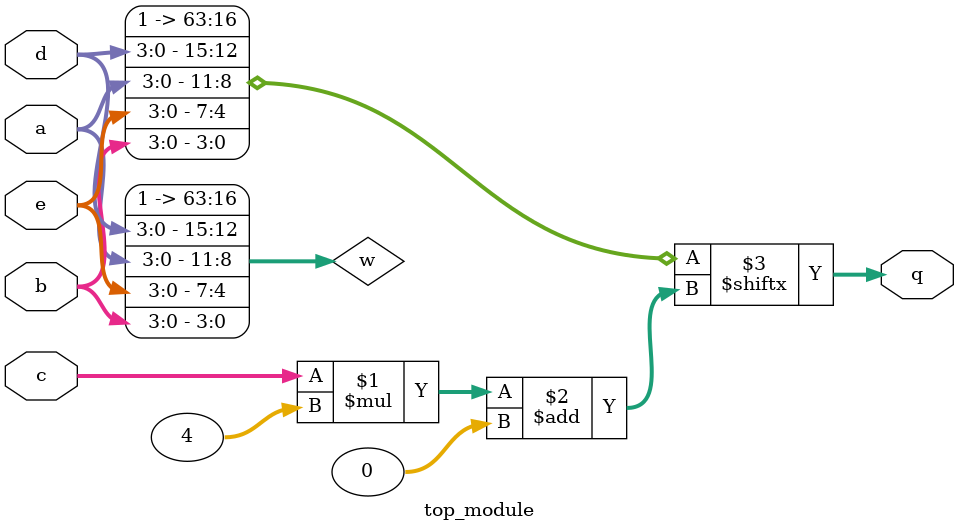
<source format=v>
module top_module (
    input [3:0] a,
    input [3:0] b,
    input [3:0] c,
    input [3:0] d,
    input [3:0] e,
    output [3:0] q );

    wire [63:0] w = {48'hffffffffffff,d,a,e,b};
    assign q = w[c*4 +: 4];

endmodule

</source>
